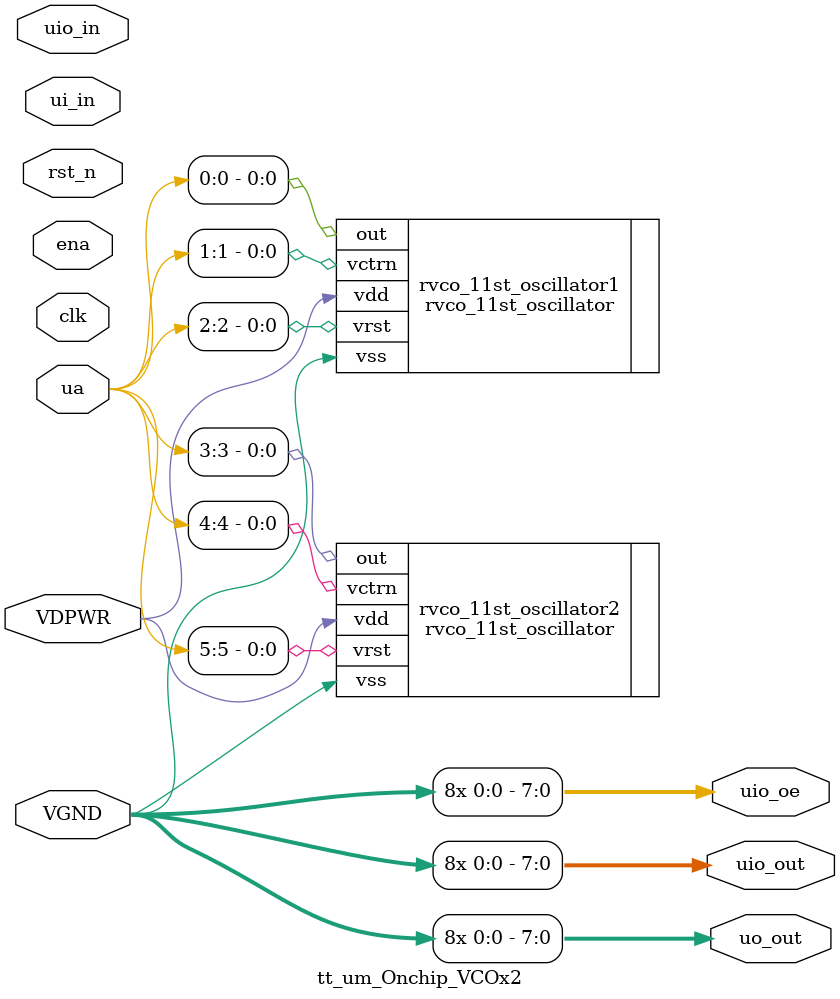
<source format=v>
/*
 * Copyright (c) 2024 Your Name
 * SPDX-License-Identifier: Apache-2.0
 */

`default_nettype none

module tt_um_Onchip_VCOx2 (
    input  wire       VGND,
    input  wire       VDPWR,    // 1.8v power supply
//    input  wire       VAPWR,    // 3.3v power supply
    input  wire [7:0] ui_in,    // Dedicated inputs
    output wire [7:0] uo_out,   // Dedicated outputs
    input  wire [7:0] uio_in,   // IOs: Input path
    output wire [7:0] uio_out,  // IOs: Output path
    output wire [7:0] uio_oe,   // IOs: Enable path (active high: 0=input, 1=output)
    inout  wire [7:0] ua,       // Analog pins, only ua[5:0] can be used
    input  wire       ena,      // always 1 when the design is powered, so you can ignore it
    input  wire       clk,      // clock
    input  wire       rst_n     // reset_n - low to reset
);

    rvco_11st_oscillator rvco_11st_oscillator1(
        .vdd(VDPWR),
        .vss(VGND),
        .vrst(ua[2]),
        .vctrn(ua[1]),
        .out(ua[0])
    );

    rvco_11st_oscillator rvco_11st_oscillator2(
        .vdd(VDPWR),
        .vss(VGND),
        .vrst(ua[5]),
        .vctrn(ua[4]),
        .out(ua[3])
    );

    // outputs 
    assign uo_out[0] = VGND;
    assign uo_out[1] = VGND;
    assign uo_out[2] = VGND;
    assign uo_out[3] = VGND;
    assign uo_out[4] = VGND;
    assign uo_out[5] = VGND;
    assign uo_out[6] = VGND;
    assign uo_out[7] = VGND;

    // ties for the output enables
    assign uio_out[0] = VGND;
    assign uio_out[1] = VGND;
    assign uio_out[2] = VGND;
    assign uio_out[3] = VGND;
    assign uio_out[4] = VGND;
    assign uio_out[5] = VGND;
    assign uio_out[6] = VGND;
    assign uio_out[7] = VGND;

    assign uio_oe[0] = VGND;
    assign uio_oe[1] = VGND;
    assign uio_oe[2] = VGND;
    assign uio_oe[3] = VGND;
    assign uio_oe[4] = VGND;
    assign uio_oe[5] = VGND;
    assign uio_oe[6] = VGND;
    assign uio_oe[7] = VGND;

endmodule

</source>
